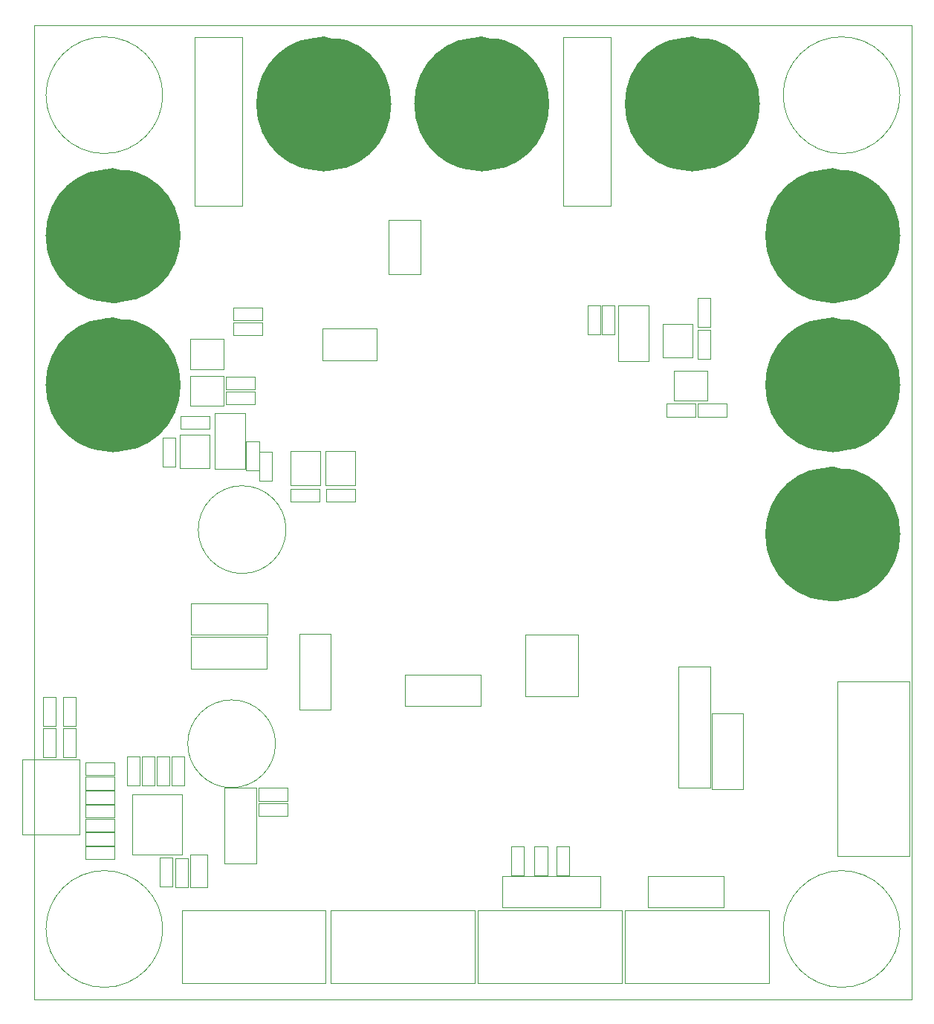
<source format=gbr>
%TF.GenerationSoftware,KiCad,Pcbnew,7.0.9-7.0.9~ubuntu23.04.1*%
%TF.CreationDate,2023-12-30T15:02:05+01:00*%
%TF.ProjectId,battery-management-system,62617474-6572-4792-9d6d-616e6167656d,rev?*%
%TF.SameCoordinates,Original*%
%TF.FileFunction,Other,User*%
%FSLAX46Y46*%
G04 Gerber Fmt 4.6, Leading zero omitted, Abs format (unit mm)*
G04 Created by KiCad (PCBNEW 7.0.9-7.0.9~ubuntu23.04.1) date 2023-12-30 15:02:05*
%MOMM*%
%LPD*%
G01*
G04 APERTURE LIST*
%ADD10C,0.050000*%
%ADD11C,7.680000*%
%TA.AperFunction,Profile*%
%ADD12C,0.100000*%
%TD*%
G04 APERTURE END LIST*
D10*
%TO.C,F1*%
X43720000Y-21350000D02*
X43720000Y-40650000D01*
X38280000Y-21350000D02*
X43720000Y-21350000D01*
X38280000Y-40650000D02*
X38280000Y-21350000D01*
X38280000Y-40650000D02*
X43720000Y-40650000D01*
%TO.C,R51*%
X95650000Y-63170000D02*
X98950000Y-63170000D01*
X95650000Y-64630000D02*
X95650000Y-63170000D01*
X98950000Y-63170000D02*
X98950000Y-64630000D01*
X98950000Y-64630000D02*
X95650000Y-64630000D01*
%TO.C,R24*%
X24730000Y-96600000D02*
X24730000Y-99900000D01*
X23270000Y-96600000D02*
X24730000Y-96600000D01*
X24730000Y-99900000D02*
X23270000Y-99900000D01*
X23270000Y-99900000D02*
X23270000Y-96600000D01*
%TO.C,C34*%
X45670000Y-71950000D02*
X45670000Y-68650000D01*
X47130000Y-71950000D02*
X45670000Y-71950000D01*
X45670000Y-68650000D02*
X47130000Y-68650000D01*
X47130000Y-68650000D02*
X47130000Y-71950000D01*
%TO.C,J18*%
X119750000Y-94800000D02*
X111500000Y-94800000D01*
X111500000Y-94800000D02*
X111500000Y-114700000D01*
X119750000Y-114700000D02*
X119750000Y-94800000D01*
X111500000Y-114700000D02*
X119750000Y-114700000D01*
%TO.C,J22*%
X87317500Y-120892500D02*
X87317500Y-129142500D01*
X87317500Y-129142500D02*
X103717500Y-129142500D01*
X103717500Y-120892500D02*
X87317500Y-120892500D01*
X103717500Y-129142500D02*
X103717500Y-120892500D01*
%TO.C,D18*%
X23270000Y-103400000D02*
X23270000Y-100100000D01*
X24730000Y-103400000D02*
X23270000Y-103400000D01*
X23270000Y-100100000D02*
X24730000Y-100100000D01*
X24730000Y-100100000D02*
X24730000Y-103400000D01*
%TO.C,J19*%
X36817500Y-120892500D02*
X36817500Y-129142500D01*
X36817500Y-129142500D02*
X53217500Y-129142500D01*
X53217500Y-120892500D02*
X36817500Y-120892500D01*
X53217500Y-129142500D02*
X53217500Y-120892500D01*
%TO.C,J15*%
X73350000Y-120550000D02*
X84550000Y-120550000D01*
X84550000Y-120550000D02*
X84550000Y-116950000D01*
X73350000Y-116950000D02*
X73350000Y-120550000D01*
X84550000Y-116950000D02*
X73350000Y-116950000D01*
%TO.C,Q13*%
X41620000Y-59200000D02*
X41620000Y-55800000D01*
X41620000Y-55800000D02*
X37780000Y-55800000D01*
X37780000Y-59200000D02*
X41620000Y-59200000D01*
X37780000Y-55800000D02*
X37780000Y-59200000D01*
%TO.C,J5*%
X117650000Y-78000000D02*
G75*
G03*
X117650000Y-78000000I-6650000J0D01*
G01*
D11*
X114840000Y-78000000D02*
G75*
G03*
X114840000Y-78000000I-3840000J0D01*
G01*
D10*
%TO.C,D17*%
X21020000Y-103400000D02*
X21020000Y-100100000D01*
X22480000Y-103400000D02*
X21020000Y-103400000D01*
X21020000Y-100100000D02*
X22480000Y-100100000D01*
X22480000Y-100100000D02*
X22480000Y-103400000D01*
%TO.C,J16*%
X53800000Y-98050000D02*
X53800000Y-89400000D01*
X53800000Y-89400000D02*
X50200000Y-89400000D01*
X50200000Y-98050000D02*
X53800000Y-98050000D01*
X50200000Y-89400000D02*
X50200000Y-98050000D01*
%TO.C,R48*%
X42670000Y-53890000D02*
X45970000Y-53890000D01*
X42670000Y-55350000D02*
X42670000Y-53890000D01*
X45970000Y-53890000D02*
X45970000Y-55350000D01*
X45970000Y-55350000D02*
X42670000Y-55350000D01*
%TO.C,F2*%
X85720000Y-21350000D02*
X85720000Y-40650000D01*
X80280000Y-21350000D02*
X85720000Y-21350000D01*
X80280000Y-40650000D02*
X80280000Y-21350000D01*
X80280000Y-40650000D02*
X85720000Y-40650000D01*
%TO.C,RESET1*%
X76000000Y-89500000D02*
X76000000Y-96500000D01*
X76000000Y-89500000D02*
X82000000Y-89500000D01*
X76000000Y-96500000D02*
X82000000Y-96500000D01*
X82000000Y-89500000D02*
X82000000Y-96500000D01*
%TO.C,C13*%
X37790000Y-118260000D02*
X37790000Y-114500000D01*
X39750000Y-118260000D02*
X37790000Y-118260000D01*
X37790000Y-114500000D02*
X39750000Y-114500000D01*
X39750000Y-114500000D02*
X39750000Y-118260000D01*
%TO.C,J1*%
X117650000Y-44000000D02*
G75*
G03*
X117650000Y-44000000I-6650000J0D01*
G01*
D11*
X114840000Y-44000000D02*
G75*
G03*
X114840000Y-44000000I-3840000J0D01*
G01*
D10*
%TO.C,J7*%
X77650000Y-29000000D02*
G75*
G03*
X77650000Y-29000000I-6650000J0D01*
G01*
D11*
X74840000Y-29000000D02*
G75*
G03*
X74840000Y-29000000I-3840000J0D01*
G01*
D10*
%TO.C,L1*%
X48700000Y-77500000D02*
G75*
G03*
X48700000Y-77500000I-5000000J0D01*
G01*
%TO.C,J13*%
X98575000Y-116950000D02*
X89925000Y-116950000D01*
X89925000Y-116950000D02*
X89925000Y-120550000D01*
X98575000Y-120550000D02*
X98575000Y-116950000D01*
X89925000Y-120550000D02*
X98575000Y-120550000D01*
%TO.C,R44*%
X36130000Y-67050000D02*
X36130000Y-70350000D01*
X34670000Y-67050000D02*
X36130000Y-67050000D01*
X36130000Y-70350000D02*
X34670000Y-70350000D01*
X34670000Y-70350000D02*
X34670000Y-67050000D01*
%TO.C,C33*%
X44170000Y-70750000D02*
X44170000Y-67450000D01*
X45630000Y-70750000D02*
X44170000Y-70750000D01*
X44170000Y-67450000D02*
X45630000Y-67450000D01*
X45630000Y-67450000D02*
X45630000Y-70750000D01*
%TO.C,C18*%
X25850000Y-105670000D02*
X29150000Y-105670000D01*
X25850000Y-107130000D02*
X25850000Y-105670000D01*
X29150000Y-105670000D02*
X29150000Y-107130000D01*
X29150000Y-107130000D02*
X25850000Y-107130000D01*
%TO.C,C14*%
X29150000Y-113480000D02*
X25850000Y-113480000D01*
X29150000Y-112020000D02*
X29150000Y-113480000D01*
X25850000Y-113480000D02*
X25850000Y-112020000D01*
X25850000Y-112020000D02*
X29150000Y-112020000D01*
%TO.C,J21*%
X70585000Y-120892500D02*
X70585000Y-129142500D01*
X70585000Y-129142500D02*
X86985000Y-129142500D01*
X86985000Y-120892500D02*
X70585000Y-120892500D01*
X86985000Y-129142500D02*
X86985000Y-120892500D01*
%TO.C,R50*%
X92050000Y-63170000D02*
X95350000Y-63170000D01*
X92050000Y-64630000D02*
X92050000Y-63170000D01*
X95350000Y-63170000D02*
X95350000Y-64630000D01*
X95350000Y-64630000D02*
X92050000Y-64630000D01*
%TO.C,R42*%
X39950000Y-66030000D02*
X36650000Y-66030000D01*
X39950000Y-64570000D02*
X39950000Y-66030000D01*
X36650000Y-66030000D02*
X36650000Y-64570000D01*
X36650000Y-64570000D02*
X39950000Y-64570000D01*
%TO.C,R46*%
X95570000Y-58050000D02*
X95570000Y-54750000D01*
X97030000Y-58050000D02*
X95570000Y-58050000D01*
X95570000Y-54750000D02*
X97030000Y-54750000D01*
X97030000Y-54750000D02*
X97030000Y-58050000D01*
%TO.C,J20*%
X53817500Y-120892500D02*
X53817500Y-129142500D01*
X53817500Y-129142500D02*
X70217500Y-129142500D01*
X70217500Y-120892500D02*
X53817500Y-120892500D01*
X70217500Y-129142500D02*
X70217500Y-120892500D01*
%TO.C,FB1*%
X25850000Y-104020000D02*
X29150000Y-104020000D01*
X25850000Y-105480000D02*
X25850000Y-104020000D01*
X29150000Y-104020000D02*
X29150000Y-105480000D01*
X29150000Y-105480000D02*
X25850000Y-105480000D01*
%TO.C,R21*%
X35430000Y-103350000D02*
X35430000Y-106650000D01*
X33970000Y-103350000D02*
X35430000Y-103350000D01*
X35430000Y-106650000D02*
X33970000Y-106650000D01*
X33970000Y-106650000D02*
X33970000Y-103350000D01*
%TO.C,J17*%
X41700000Y-106925000D02*
X41700000Y-115575000D01*
X41700000Y-115575000D02*
X45300000Y-115575000D01*
X45300000Y-106925000D02*
X41700000Y-106925000D01*
X45300000Y-115575000D02*
X45300000Y-106925000D01*
%TO.C,H4*%
X34650000Y-123000000D02*
G75*
G03*
X34650000Y-123000000I-6650000J0D01*
G01*
%TO.C,R47*%
X95570000Y-54450000D02*
X95570000Y-51150000D01*
X97030000Y-54450000D02*
X95570000Y-54450000D01*
X95570000Y-51150000D02*
X97030000Y-51150000D01*
X97030000Y-51150000D02*
X97030000Y-54450000D01*
%TO.C,J23*%
X93450000Y-93125000D02*
X93450000Y-106875000D01*
X93450000Y-106875000D02*
X97050000Y-106875000D01*
X97050000Y-93125000D02*
X93450000Y-93125000D01*
X97050000Y-106875000D02*
X97050000Y-93125000D01*
%TO.C,J6*%
X59650000Y-29000000D02*
G75*
G03*
X59650000Y-29000000I-6650000J0D01*
G01*
D11*
X56840000Y-29000000D02*
G75*
G03*
X56840000Y-29000000I-3840000J0D01*
G01*
D10*
%TO.C,J11*%
X37900000Y-89500000D02*
X46550000Y-89500000D01*
X46550000Y-89500000D02*
X46550000Y-85900000D01*
X37900000Y-85900000D02*
X37900000Y-89500000D01*
X46550000Y-85900000D02*
X37900000Y-85900000D01*
%TO.C,Q11*%
X52600000Y-68580000D02*
X49200000Y-68580000D01*
X49200000Y-68580000D02*
X49200000Y-72420000D01*
X52600000Y-72420000D02*
X52600000Y-68580000D01*
X49200000Y-72420000D02*
X52600000Y-72420000D01*
%TO.C,R23*%
X22480000Y-96600000D02*
X22480000Y-99900000D01*
X21020000Y-96600000D02*
X22480000Y-96600000D01*
X22480000Y-99900000D02*
X21020000Y-99900000D01*
X21020000Y-99900000D02*
X21020000Y-96600000D01*
%TO.C,H2*%
X118650000Y-28000000D02*
G75*
G03*
X118650000Y-28000000I-6650000J0D01*
G01*
%TO.C,J3*%
X117650000Y-61000000D02*
G75*
G03*
X117650000Y-61000000I-6650000J0D01*
G01*
D11*
X114840000Y-61000000D02*
G75*
G03*
X114840000Y-61000000I-3840000J0D01*
G01*
D10*
%TO.C,U11*%
X86550000Y-58280000D02*
X90050000Y-58280000D01*
X90050000Y-58280000D02*
X90050000Y-51920000D01*
X86550000Y-51920000D02*
X86550000Y-58280000D01*
X90050000Y-51920000D02*
X86550000Y-51920000D01*
%TO.C,J14*%
X100800000Y-107075000D02*
X100800000Y-98425000D01*
X100800000Y-98425000D02*
X97200000Y-98425000D01*
X97200000Y-107075000D02*
X100800000Y-107075000D01*
X97200000Y-98425000D02*
X97200000Y-107075000D01*
%TO.C,R39*%
X48860000Y-110150000D02*
X45560000Y-110150000D01*
X48860000Y-108690000D02*
X48860000Y-110150000D01*
X45560000Y-110150000D02*
X45560000Y-108690000D01*
X45560000Y-108690000D02*
X48860000Y-108690000D01*
%TO.C,D19*%
X74320000Y-116900000D02*
X74320000Y-113600000D01*
X75780000Y-116900000D02*
X74320000Y-116900000D01*
X74320000Y-113600000D02*
X75780000Y-113600000D01*
X75780000Y-113600000D02*
X75780000Y-116900000D01*
%TO.C,R38*%
X48860000Y-108390000D02*
X45560000Y-108390000D01*
X48860000Y-106930000D02*
X48860000Y-108390000D01*
X45560000Y-108390000D02*
X45560000Y-106930000D01*
X45560000Y-106930000D02*
X48860000Y-106930000D01*
%TO.C,Q10*%
X53200000Y-72420000D02*
X56600000Y-72420000D01*
X56600000Y-72420000D02*
X56600000Y-68580000D01*
X53200000Y-68580000D02*
X53200000Y-72420000D01*
X56600000Y-68580000D02*
X53200000Y-68580000D01*
%TO.C,J24*%
X59000000Y-54600000D02*
X52850000Y-54600000D01*
X52850000Y-54600000D02*
X52850000Y-58200000D01*
X59000000Y-58200000D02*
X59000000Y-54600000D01*
X52850000Y-58200000D02*
X59000000Y-58200000D01*
%TO.C,R52*%
X41850000Y-60070000D02*
X45150000Y-60070000D01*
X41850000Y-61530000D02*
X41850000Y-60070000D01*
X45150000Y-60070000D02*
X45150000Y-61530000D01*
X45150000Y-61530000D02*
X41850000Y-61530000D01*
%TO.C,Q12*%
X91600000Y-57920000D02*
X95000000Y-57920000D01*
X95000000Y-57920000D02*
X95000000Y-54080000D01*
X91600000Y-54080000D02*
X91600000Y-57920000D01*
X95000000Y-54080000D02*
X91600000Y-54080000D01*
%TO.C,H3*%
X118650000Y-123000000D02*
G75*
G03*
X118650000Y-123000000I-6650000J0D01*
G01*
%TO.C,C16*%
X29150000Y-111930000D02*
X25850000Y-111930000D01*
X29150000Y-110470000D02*
X29150000Y-111930000D01*
X25850000Y-111930000D02*
X25850000Y-110470000D01*
X25850000Y-110470000D02*
X29150000Y-110470000D01*
%TO.C,U12*%
X44050000Y-64220000D02*
X40550000Y-64220000D01*
X40550000Y-64220000D02*
X40550000Y-70580000D01*
X44050000Y-70580000D02*
X44050000Y-64220000D01*
X40550000Y-70580000D02*
X44050000Y-70580000D01*
%TO.C,J25*%
X64000000Y-48400000D02*
X64000000Y-42250000D01*
X64000000Y-42250000D02*
X60400000Y-42250000D01*
X60400000Y-48400000D02*
X64000000Y-48400000D01*
X60400000Y-42250000D02*
X60400000Y-48400000D01*
%TO.C,C17*%
X34300000Y-118200000D02*
X34300000Y-114900000D01*
X35760000Y-118200000D02*
X34300000Y-118200000D01*
X34300000Y-114900000D02*
X35760000Y-114900000D01*
X35760000Y-114900000D02*
X35760000Y-118200000D01*
%TO.C,J2*%
X35650000Y-44000000D02*
G75*
G03*
X35650000Y-44000000I-6650000J0D01*
G01*
D11*
X32840000Y-44000000D02*
G75*
G03*
X32840000Y-44000000I-3840000J0D01*
G01*
D10*
%TO.C,Q9*%
X40000000Y-66680000D02*
X36600000Y-66680000D01*
X36600000Y-66680000D02*
X36600000Y-70520000D01*
X40000000Y-70520000D02*
X40000000Y-66680000D01*
X36600000Y-70520000D02*
X40000000Y-70520000D01*
%TO.C,R43*%
X53250000Y-72870000D02*
X56550000Y-72870000D01*
X53250000Y-74330000D02*
X53250000Y-72870000D01*
X56550000Y-72870000D02*
X56550000Y-74330000D01*
X56550000Y-74330000D02*
X53250000Y-74330000D01*
%TO.C,L2*%
X47500000Y-101900000D02*
G75*
G03*
X47500000Y-101900000I-5000000J0D01*
G01*
%TO.C,D21*%
X79520000Y-116900000D02*
X79520000Y-113600000D01*
X80980000Y-116900000D02*
X79520000Y-116900000D01*
X79520000Y-113600000D02*
X80980000Y-113600000D01*
X80980000Y-113600000D02*
X80980000Y-116900000D01*
%TO.C,C32*%
X84530000Y-51950000D02*
X84530000Y-55250000D01*
X83070000Y-51950000D02*
X84530000Y-51950000D01*
X84530000Y-55250000D02*
X83070000Y-55250000D01*
X83070000Y-55250000D02*
X83070000Y-51950000D01*
%TO.C,J10*%
X62275000Y-97600000D02*
X70925000Y-97600000D01*
X70925000Y-97600000D02*
X70925000Y-94000000D01*
X62275000Y-94000000D02*
X62275000Y-97600000D01*
X70925000Y-94000000D02*
X62275000Y-94000000D01*
%TO.C,R53*%
X45150000Y-63230000D02*
X41850000Y-63230000D01*
X45150000Y-61770000D02*
X45150000Y-63230000D01*
X41850000Y-63230000D02*
X41850000Y-61770000D01*
X41850000Y-61770000D02*
X45150000Y-61770000D01*
%TO.C,R22*%
X32030000Y-103350000D02*
X32030000Y-106650000D01*
X30570000Y-103350000D02*
X32030000Y-103350000D01*
X32030000Y-106650000D02*
X30570000Y-106650000D01*
X30570000Y-106650000D02*
X30570000Y-103350000D01*
%TO.C,Q15*%
X41620000Y-63400000D02*
X41620000Y-60000000D01*
X41620000Y-60000000D02*
X37780000Y-60000000D01*
X37780000Y-63400000D02*
X41620000Y-63400000D01*
X37780000Y-60000000D02*
X37780000Y-63400000D01*
%TO.C,R17*%
X29150000Y-108730000D02*
X25850000Y-108730000D01*
X29150000Y-107270000D02*
X29150000Y-108730000D01*
X25850000Y-108730000D02*
X25850000Y-107270000D01*
X25850000Y-107270000D02*
X29150000Y-107270000D01*
%TO.C,R18*%
X29150000Y-110330000D02*
X25850000Y-110330000D01*
X29150000Y-108870000D02*
X29150000Y-110330000D01*
X25850000Y-110330000D02*
X25850000Y-108870000D01*
X25850000Y-108870000D02*
X29150000Y-108870000D01*
%TO.C,U5*%
X36825000Y-107655000D02*
X31175000Y-107655000D01*
X36825000Y-107655000D02*
X36825000Y-114555000D01*
X31175000Y-107655000D02*
X31175000Y-114555000D01*
X36825000Y-114555000D02*
X31175000Y-114555000D01*
%TO.C,C31*%
X86130000Y-51950000D02*
X86130000Y-55250000D01*
X84670000Y-51950000D02*
X86130000Y-51950000D01*
X86130000Y-55250000D02*
X84670000Y-55250000D01*
X84670000Y-55250000D02*
X84670000Y-51950000D01*
%TO.C,R45*%
X49250000Y-72870000D02*
X52550000Y-72870000D01*
X49250000Y-74330000D02*
X49250000Y-72870000D01*
X52550000Y-72870000D02*
X52550000Y-74330000D01*
X52550000Y-74330000D02*
X49250000Y-74330000D01*
%TO.C,J12*%
X25200000Y-103725000D02*
X18670000Y-103725000D01*
X18670000Y-103725000D02*
X18670000Y-112275000D01*
X25200000Y-112275000D02*
X25200000Y-103725000D01*
X18670000Y-112275000D02*
X25200000Y-112275000D01*
%TO.C,C15*%
X36050000Y-118220000D02*
X36050000Y-114920000D01*
X37510000Y-118220000D02*
X36050000Y-118220000D01*
X36050000Y-114920000D02*
X37510000Y-114920000D01*
X37510000Y-114920000D02*
X37510000Y-118220000D01*
%TO.C,J8*%
X101650000Y-29000000D02*
G75*
G03*
X101650000Y-29000000I-6650000J0D01*
G01*
D11*
X98840000Y-29000000D02*
G75*
G03*
X98840000Y-29000000I-3840000J0D01*
G01*
D10*
%TO.C,C19*%
X29150000Y-115050000D02*
X25850000Y-115050000D01*
X29150000Y-113590000D02*
X29150000Y-115050000D01*
X25850000Y-115050000D02*
X25850000Y-113590000D01*
X25850000Y-113590000D02*
X29150000Y-113590000D01*
%TO.C,R20*%
X33730000Y-103350000D02*
X33730000Y-106650000D01*
X32270000Y-103350000D02*
X33730000Y-103350000D01*
X33730000Y-106650000D02*
X32270000Y-106650000D01*
X32270000Y-106650000D02*
X32270000Y-103350000D01*
%TO.C,J4*%
X35650000Y-61000000D02*
G75*
G03*
X35650000Y-61000000I-6650000J0D01*
G01*
D11*
X32840000Y-61000000D02*
G75*
G03*
X32840000Y-61000000I-3840000J0D01*
G01*
D10*
%TO.C,H1*%
X34650000Y-28000000D02*
G75*
G03*
X34650000Y-28000000I-6650000J0D01*
G01*
%TO.C,R19*%
X37130000Y-103350000D02*
X37130000Y-106650000D01*
X35670000Y-103350000D02*
X37130000Y-103350000D01*
X37130000Y-106650000D02*
X35670000Y-106650000D01*
X35670000Y-106650000D02*
X35670000Y-103350000D01*
%TO.C,Q14*%
X92880000Y-59400000D02*
X92880000Y-62800000D01*
X92880000Y-62800000D02*
X96720000Y-62800000D01*
X96720000Y-59400000D02*
X92880000Y-59400000D01*
X96720000Y-62800000D02*
X96720000Y-59400000D01*
%TO.C,R49*%
X42680000Y-52210000D02*
X45980000Y-52210000D01*
X42680000Y-53670000D02*
X42680000Y-52210000D01*
X45980000Y-52210000D02*
X45980000Y-53670000D01*
X45980000Y-53670000D02*
X42680000Y-53670000D01*
%TO.C,D20*%
X77020000Y-116900000D02*
X77020000Y-113600000D01*
X78480000Y-116900000D02*
X77020000Y-116900000D01*
X77020000Y-113600000D02*
X78480000Y-113600000D01*
X78480000Y-113600000D02*
X78480000Y-116900000D01*
%TO.C,J9*%
X37895000Y-93340000D02*
X46545000Y-93340000D01*
X46545000Y-93340000D02*
X46545000Y-89740000D01*
X37895000Y-89740000D02*
X37895000Y-93340000D01*
X46545000Y-89740000D02*
X37895000Y-89740000D01*
%TD*%
D12*
X20000000Y-20000000D02*
X120000000Y-20000000D01*
X120000000Y-131000000D01*
X20000000Y-131000000D01*
X20000000Y-20000000D01*
M02*

</source>
